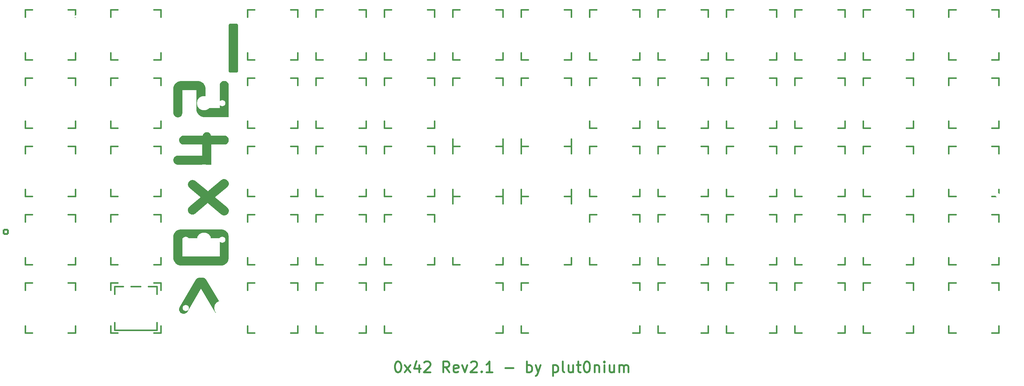
<source format=gbr>
%TF.GenerationSoftware,KiCad,Pcbnew,8.0.3*%
%TF.CreationDate,2024-07-06T09:07:13+02:00*%
%TF.ProjectId,0x42_panel,30783432-5f70-4616-9e65-6c2e6b696361,2.1*%
%TF.SameCoordinates,Original*%
%TF.FileFunction,Legend,Top*%
%TF.FilePolarity,Positive*%
%FSLAX46Y46*%
G04 Gerber Fmt 4.6, Leading zero omitted, Abs format (unit mm)*
G04 Created by KiCad (PCBNEW 8.0.3) date 2024-07-06 09:07:13*
%MOMM*%
%LPD*%
G01*
G04 APERTURE LIST*
G04 Aperture macros list*
%AMRoundRect*
0 Rectangle with rounded corners*
0 $1 Rounding radius*
0 $2 $3 $4 $5 $6 $7 $8 $9 X,Y pos of 4 corners*
0 Add a 4 corners polygon primitive as box body*
4,1,4,$2,$3,$4,$5,$6,$7,$8,$9,$2,$3,0*
0 Add four circle primitives for the rounded corners*
1,1,$1+$1,$2,$3*
1,1,$1+$1,$4,$5*
1,1,$1+$1,$6,$7*
1,1,$1+$1,$8,$9*
0 Add four rect primitives between the rounded corners*
20,1,$1+$1,$2,$3,$4,$5,0*
20,1,$1+$1,$4,$5,$6,$7,0*
20,1,$1+$1,$6,$7,$8,$9,0*
20,1,$1+$1,$8,$9,$2,$3,0*%
%AMFreePoly0*
4,1,95,-2.398692,3.424966,-2.043295,3.406340,-2.040692,3.406066,-1.689189,3.350394,-1.686630,3.349850,-1.342872,3.257740,-1.340383,3.256932,-1.008136,3.129395,-1.005745,3.128330,-0.688650,2.966761,-0.686384,2.965453,-0.387914,2.771625,-0.385797,2.770087,-0.109223,2.546121,-0.107278,2.544370,0.144370,2.292722,0.146121,2.290777,0.370087,2.014203,0.371625,2.012086,0.565453,1.713616,
0.566761,1.711350,0.728330,1.394255,0.729395,1.391864,0.856932,1.059617,0.857740,1.057128,0.949850,0.713370,0.950394,0.710811,1.006066,0.359308,1.006340,0.356705,1.024966,0.001308,1.024966,-0.001308,1.006340,-0.356705,1.006066,-0.359308,0.950394,-0.710811,0.949850,-0.713370,0.857740,-1.057128,0.856932,-1.059617,0.729395,-1.391864,0.728330,-1.394255,0.566761,-1.711350,
0.565453,-1.713616,0.371625,-2.012086,0.370087,-2.014203,0.146121,-2.290777,0.144370,-2.292722,-0.107278,-2.544370,-0.109223,-2.546121,-0.385797,-2.770087,-0.387914,-2.771625,-0.686384,-2.965453,-0.688650,-2.966761,-1.005745,-3.128330,-1.008136,-3.129395,-1.340383,-3.256932,-1.342872,-3.257740,-1.686630,-3.349850,-1.689189,-3.350394,-2.040692,-3.406066,-2.043295,-3.406340,-2.398692,-3.424966,
-2.400000,-3.425000,-6.200000,-3.425000,-6.217678,-3.417678,-6.225000,-3.400000,-6.225000,-1.400000,-6.217678,-1.382322,-6.200000,-1.375000,-2.291784,-1.375000,-2.078017,-1.341142,-1.872186,-1.274264,-1.679342,-1.176004,-1.504250,-1.048793,-1.351206,-0.895749,-1.223995,-0.720657,-1.125735,-0.527813,-1.058857,-0.321982,-1.025000,-0.108215,-1.025000,0.108215,-1.058857,0.321982,-1.125735,0.527813,
-1.223995,0.720657,-1.351206,0.895749,-1.504250,1.048793,-1.679342,1.176004,-1.872186,1.274264,-2.078017,1.341142,-2.291784,1.375000,-6.200000,1.375000,-6.217678,1.382322,-6.225000,1.400000,-6.225000,3.400000,-6.217678,3.417678,-6.200000,3.425000,-2.400000,3.425000,-2.398692,3.424966,-2.398692,3.424966,$1*%
G04 Aperture macros list end*
%ADD10C,0.500000*%
%ADD11C,0.400000*%
%ADD12C,0.000000*%
%ADD13C,0.500000*%
%ADD14C,1.750000*%
%ADD15C,3.987800*%
%ADD16C,3.048000*%
%ADD17C,1.152000*%
%ADD18C,1.050000*%
%ADD19FreePoly0,0.000000*%
%ADD20C,7.050000*%
%ADD21FreePoly0,180.000000*%
%ADD22O,2.050000X3.450000*%
%ADD23C,0.700000*%
%ADD24O,1.050000X1.650000*%
%ADD25O,1.050000X2.150000*%
%ADD26RoundRect,0.262500X0.612500X0.612500X-0.612500X0.612500X-0.612500X-0.612500X0.612500X-0.612500X0*%
%ADD27O,1.750000X1.750000*%
G04 APERTURE END LIST*
D10*
X123042857Y-113261857D02*
X123328571Y-113261857D01*
X123328571Y-113261857D02*
X123614285Y-113404714D01*
X123614285Y-113404714D02*
X123757143Y-113547571D01*
X123757143Y-113547571D02*
X123900000Y-113833285D01*
X123900000Y-113833285D02*
X124042857Y-114404714D01*
X124042857Y-114404714D02*
X124042857Y-115119000D01*
X124042857Y-115119000D02*
X123900000Y-115690428D01*
X123900000Y-115690428D02*
X123757143Y-115976142D01*
X123757143Y-115976142D02*
X123614285Y-116119000D01*
X123614285Y-116119000D02*
X123328571Y-116261857D01*
X123328571Y-116261857D02*
X123042857Y-116261857D01*
X123042857Y-116261857D02*
X122757143Y-116119000D01*
X122757143Y-116119000D02*
X122614285Y-115976142D01*
X122614285Y-115976142D02*
X122471428Y-115690428D01*
X122471428Y-115690428D02*
X122328571Y-115119000D01*
X122328571Y-115119000D02*
X122328571Y-114404714D01*
X122328571Y-114404714D02*
X122471428Y-113833285D01*
X122471428Y-113833285D02*
X122614285Y-113547571D01*
X122614285Y-113547571D02*
X122757143Y-113404714D01*
X122757143Y-113404714D02*
X123042857Y-113261857D01*
X125042857Y-116261857D02*
X126614286Y-114261857D01*
X125042857Y-114261857D02*
X126614286Y-116261857D01*
X129042857Y-114261857D02*
X129042857Y-116261857D01*
X128328571Y-113119000D02*
X127614285Y-115261857D01*
X127614285Y-115261857D02*
X129471428Y-115261857D01*
X130471428Y-113547571D02*
X130614285Y-113404714D01*
X130614285Y-113404714D02*
X130900000Y-113261857D01*
X130900000Y-113261857D02*
X131614285Y-113261857D01*
X131614285Y-113261857D02*
X131900000Y-113404714D01*
X131900000Y-113404714D02*
X132042857Y-113547571D01*
X132042857Y-113547571D02*
X132185714Y-113833285D01*
X132185714Y-113833285D02*
X132185714Y-114119000D01*
X132185714Y-114119000D02*
X132042857Y-114547571D01*
X132042857Y-114547571D02*
X130328571Y-116261857D01*
X130328571Y-116261857D02*
X132185714Y-116261857D01*
X137471428Y-116261857D02*
X136471428Y-114833285D01*
X135757142Y-116261857D02*
X135757142Y-113261857D01*
X135757142Y-113261857D02*
X136899999Y-113261857D01*
X136899999Y-113261857D02*
X137185714Y-113404714D01*
X137185714Y-113404714D02*
X137328571Y-113547571D01*
X137328571Y-113547571D02*
X137471428Y-113833285D01*
X137471428Y-113833285D02*
X137471428Y-114261857D01*
X137471428Y-114261857D02*
X137328571Y-114547571D01*
X137328571Y-114547571D02*
X137185714Y-114690428D01*
X137185714Y-114690428D02*
X136899999Y-114833285D01*
X136899999Y-114833285D02*
X135757142Y-114833285D01*
X139899999Y-116119000D02*
X139614285Y-116261857D01*
X139614285Y-116261857D02*
X139042857Y-116261857D01*
X139042857Y-116261857D02*
X138757142Y-116119000D01*
X138757142Y-116119000D02*
X138614285Y-115833285D01*
X138614285Y-115833285D02*
X138614285Y-114690428D01*
X138614285Y-114690428D02*
X138757142Y-114404714D01*
X138757142Y-114404714D02*
X139042857Y-114261857D01*
X139042857Y-114261857D02*
X139614285Y-114261857D01*
X139614285Y-114261857D02*
X139899999Y-114404714D01*
X139899999Y-114404714D02*
X140042857Y-114690428D01*
X140042857Y-114690428D02*
X140042857Y-114976142D01*
X140042857Y-114976142D02*
X138614285Y-115261857D01*
X141042857Y-114261857D02*
X141757143Y-116261857D01*
X141757143Y-116261857D02*
X142471428Y-114261857D01*
X143471428Y-113547571D02*
X143614285Y-113404714D01*
X143614285Y-113404714D02*
X143900000Y-113261857D01*
X143900000Y-113261857D02*
X144614285Y-113261857D01*
X144614285Y-113261857D02*
X144900000Y-113404714D01*
X144900000Y-113404714D02*
X145042857Y-113547571D01*
X145042857Y-113547571D02*
X145185714Y-113833285D01*
X145185714Y-113833285D02*
X145185714Y-114119000D01*
X145185714Y-114119000D02*
X145042857Y-114547571D01*
X145042857Y-114547571D02*
X143328571Y-116261857D01*
X143328571Y-116261857D02*
X145185714Y-116261857D01*
X146471428Y-115976142D02*
X146614285Y-116119000D01*
X146614285Y-116119000D02*
X146471428Y-116261857D01*
X146471428Y-116261857D02*
X146328571Y-116119000D01*
X146328571Y-116119000D02*
X146471428Y-115976142D01*
X146471428Y-115976142D02*
X146471428Y-116261857D01*
X149471428Y-116261857D02*
X147757142Y-116261857D01*
X148614285Y-116261857D02*
X148614285Y-113261857D01*
X148614285Y-113261857D02*
X148328571Y-113690428D01*
X148328571Y-113690428D02*
X148042856Y-113976142D01*
X148042856Y-113976142D02*
X147757142Y-114119000D01*
X153042856Y-115119000D02*
X155328571Y-115119000D01*
X159042856Y-116261857D02*
X159042856Y-113261857D01*
X159042856Y-114404714D02*
X159328571Y-114261857D01*
X159328571Y-114261857D02*
X159899999Y-114261857D01*
X159899999Y-114261857D02*
X160185713Y-114404714D01*
X160185713Y-114404714D02*
X160328571Y-114547571D01*
X160328571Y-114547571D02*
X160471428Y-114833285D01*
X160471428Y-114833285D02*
X160471428Y-115690428D01*
X160471428Y-115690428D02*
X160328571Y-115976142D01*
X160328571Y-115976142D02*
X160185713Y-116119000D01*
X160185713Y-116119000D02*
X159899999Y-116261857D01*
X159899999Y-116261857D02*
X159328571Y-116261857D01*
X159328571Y-116261857D02*
X159042856Y-116119000D01*
X161471428Y-114261857D02*
X162185714Y-116261857D01*
X162899999Y-114261857D02*
X162185714Y-116261857D01*
X162185714Y-116261857D02*
X161899999Y-116976142D01*
X161899999Y-116976142D02*
X161757142Y-117119000D01*
X161757142Y-117119000D02*
X161471428Y-117261857D01*
X166328570Y-114261857D02*
X166328570Y-117261857D01*
X166328570Y-114404714D02*
X166614285Y-114261857D01*
X166614285Y-114261857D02*
X167185713Y-114261857D01*
X167185713Y-114261857D02*
X167471427Y-114404714D01*
X167471427Y-114404714D02*
X167614285Y-114547571D01*
X167614285Y-114547571D02*
X167757142Y-114833285D01*
X167757142Y-114833285D02*
X167757142Y-115690428D01*
X167757142Y-115690428D02*
X167614285Y-115976142D01*
X167614285Y-115976142D02*
X167471427Y-116119000D01*
X167471427Y-116119000D02*
X167185713Y-116261857D01*
X167185713Y-116261857D02*
X166614285Y-116261857D01*
X166614285Y-116261857D02*
X166328570Y-116119000D01*
X169471428Y-116261857D02*
X169185713Y-116119000D01*
X169185713Y-116119000D02*
X169042856Y-115833285D01*
X169042856Y-115833285D02*
X169042856Y-113261857D01*
X171900000Y-114261857D02*
X171900000Y-116261857D01*
X170614285Y-114261857D02*
X170614285Y-115833285D01*
X170614285Y-115833285D02*
X170757142Y-116119000D01*
X170757142Y-116119000D02*
X171042857Y-116261857D01*
X171042857Y-116261857D02*
X171471428Y-116261857D01*
X171471428Y-116261857D02*
X171757142Y-116119000D01*
X171757142Y-116119000D02*
X171900000Y-115976142D01*
X172900000Y-114261857D02*
X174042857Y-114261857D01*
X173328571Y-113261857D02*
X173328571Y-115833285D01*
X173328571Y-115833285D02*
X173471428Y-116119000D01*
X173471428Y-116119000D02*
X173757143Y-116261857D01*
X173757143Y-116261857D02*
X174042857Y-116261857D01*
X175614286Y-113261857D02*
X175900000Y-113261857D01*
X175900000Y-113261857D02*
X176185714Y-113404714D01*
X176185714Y-113404714D02*
X176328572Y-113547571D01*
X176328572Y-113547571D02*
X176471429Y-113833285D01*
X176471429Y-113833285D02*
X176614286Y-114404714D01*
X176614286Y-114404714D02*
X176614286Y-115119000D01*
X176614286Y-115119000D02*
X176471429Y-115690428D01*
X176471429Y-115690428D02*
X176328572Y-115976142D01*
X176328572Y-115976142D02*
X176185714Y-116119000D01*
X176185714Y-116119000D02*
X175900000Y-116261857D01*
X175900000Y-116261857D02*
X175614286Y-116261857D01*
X175614286Y-116261857D02*
X175328572Y-116119000D01*
X175328572Y-116119000D02*
X175185714Y-115976142D01*
X175185714Y-115976142D02*
X175042857Y-115690428D01*
X175042857Y-115690428D02*
X174900000Y-115119000D01*
X174900000Y-115119000D02*
X174900000Y-114404714D01*
X174900000Y-114404714D02*
X175042857Y-113833285D01*
X175042857Y-113833285D02*
X175185714Y-113547571D01*
X175185714Y-113547571D02*
X175328572Y-113404714D01*
X175328572Y-113404714D02*
X175614286Y-113261857D01*
X177900000Y-114261857D02*
X177900000Y-116261857D01*
X177900000Y-114547571D02*
X178042857Y-114404714D01*
X178042857Y-114404714D02*
X178328572Y-114261857D01*
X178328572Y-114261857D02*
X178757143Y-114261857D01*
X178757143Y-114261857D02*
X179042857Y-114404714D01*
X179042857Y-114404714D02*
X179185715Y-114690428D01*
X179185715Y-114690428D02*
X179185715Y-116261857D01*
X180614286Y-116261857D02*
X180614286Y-114261857D01*
X180614286Y-113261857D02*
X180471429Y-113404714D01*
X180471429Y-113404714D02*
X180614286Y-113547571D01*
X180614286Y-113547571D02*
X180757143Y-113404714D01*
X180757143Y-113404714D02*
X180614286Y-113261857D01*
X180614286Y-113261857D02*
X180614286Y-113547571D01*
X183328572Y-114261857D02*
X183328572Y-116261857D01*
X182042857Y-114261857D02*
X182042857Y-115833285D01*
X182042857Y-115833285D02*
X182185714Y-116119000D01*
X182185714Y-116119000D02*
X182471429Y-116261857D01*
X182471429Y-116261857D02*
X182900000Y-116261857D01*
X182900000Y-116261857D02*
X183185714Y-116119000D01*
X183185714Y-116119000D02*
X183328572Y-115976142D01*
X184757143Y-116261857D02*
X184757143Y-114261857D01*
X184757143Y-114547571D02*
X184900000Y-114404714D01*
X184900000Y-114404714D02*
X185185715Y-114261857D01*
X185185715Y-114261857D02*
X185614286Y-114261857D01*
X185614286Y-114261857D02*
X185900000Y-114404714D01*
X185900000Y-114404714D02*
X186042858Y-114690428D01*
X186042858Y-114690428D02*
X186042858Y-116261857D01*
X186042858Y-114690428D02*
X186185715Y-114404714D01*
X186185715Y-114404714D02*
X186471429Y-114261857D01*
X186471429Y-114261857D02*
X186900000Y-114261857D01*
X186900000Y-114261857D02*
X187185715Y-114404714D01*
X187185715Y-114404714D02*
X187328572Y-114690428D01*
X187328572Y-114690428D02*
X187328572Y-116261857D01*
D11*
%TO.C,K003*%
X81225000Y-15100000D02*
X83225000Y-15100000D01*
X81225000Y-17100000D02*
X81225000Y-15100000D01*
X81225000Y-27100000D02*
X81225000Y-29100000D01*
X81225000Y-29100000D02*
X83225000Y-29100000D01*
X93225000Y-15100000D02*
X95225000Y-15100000D01*
X93225000Y-29100000D02*
X95225000Y-29100000D01*
X95225000Y-15100000D02*
X95225000Y-17100000D01*
X95225000Y-29100000D02*
X95225000Y-27100000D01*
%TO.C,K006*%
X138375000Y-15100000D02*
X140375000Y-15100000D01*
X138375000Y-17100000D02*
X138375000Y-15100000D01*
X138375000Y-27100000D02*
X138375000Y-29100000D01*
X138375000Y-29100000D02*
X140375000Y-29100000D01*
X150375000Y-15100000D02*
X152375000Y-15100000D01*
X150375000Y-29100000D02*
X152375000Y-29100000D01*
X152375000Y-15100000D02*
X152375000Y-17100000D01*
X152375000Y-29100000D02*
X152375000Y-27100000D01*
%TO.C,K004*%
X100275000Y-15100000D02*
X102275000Y-15100000D01*
X100275000Y-17100000D02*
X100275000Y-15100000D01*
X100275000Y-27100000D02*
X100275000Y-29100000D01*
X100275000Y-29100000D02*
X102275000Y-29100000D01*
X112275000Y-15100000D02*
X114275000Y-15100000D01*
X112275000Y-29100000D02*
X114275000Y-29100000D01*
X114275000Y-15100000D02*
X114275000Y-17100000D01*
X114275000Y-29100000D02*
X114275000Y-27100000D01*
%TO.C,K201*%
X43125000Y-53200000D02*
X45125000Y-53200000D01*
X43125000Y-55200000D02*
X43125000Y-53200000D01*
X43125000Y-65200000D02*
X43125000Y-67200000D01*
X43125000Y-67200000D02*
X45125000Y-67200000D01*
X55125000Y-53200000D02*
X57125000Y-53200000D01*
X55125000Y-67200000D02*
X57125000Y-67200000D01*
X57125000Y-53200000D02*
X57125000Y-55200000D01*
X57125000Y-67200000D02*
X57125000Y-65200000D01*
%TO.C,K210*%
X214575000Y-53200000D02*
X216575000Y-53200000D01*
X214575000Y-55200000D02*
X214575000Y-53200000D01*
X214575000Y-65200000D02*
X214575000Y-67200000D01*
X214575000Y-67200000D02*
X216575000Y-67200000D01*
X226575000Y-53200000D02*
X228575000Y-53200000D01*
X226575000Y-67200000D02*
X228575000Y-67200000D01*
X228575000Y-53200000D02*
X228575000Y-55200000D01*
X228575000Y-67200000D02*
X228575000Y-65200000D01*
%TO.C,K401*%
X43125000Y-91300000D02*
X45125000Y-91300000D01*
X43125000Y-93300000D02*
X43125000Y-91300000D01*
X43125000Y-103300000D02*
X43125000Y-105300000D01*
X43125000Y-105300000D02*
X45125000Y-105300000D01*
X55125000Y-91300000D02*
X57125000Y-91300000D01*
X55125000Y-105300000D02*
X57125000Y-105300000D01*
X57125000Y-91300000D02*
X57125000Y-93300000D01*
X57125000Y-105300000D02*
X57125000Y-103300000D01*
%TO.C,K411*%
X233625000Y-91300000D02*
X235625000Y-91300000D01*
X233625000Y-93300000D02*
X233625000Y-91300000D01*
X233625000Y-103300000D02*
X233625000Y-105300000D01*
X233625000Y-105300000D02*
X235625000Y-105300000D01*
X245625000Y-91300000D02*
X247625000Y-91300000D01*
X245625000Y-105300000D02*
X247625000Y-105300000D01*
X247625000Y-91300000D02*
X247625000Y-93300000D01*
X247625000Y-105300000D02*
X247625000Y-103300000D01*
%TO.C,K200*%
X19312500Y-53200000D02*
X21312500Y-53200000D01*
X19312500Y-55200000D02*
X19312500Y-53200000D01*
X19312500Y-65200000D02*
X19312500Y-67200000D01*
X19312500Y-67200000D02*
X21312500Y-67200000D01*
X31312500Y-53200000D02*
X33312500Y-53200000D01*
X31312500Y-67200000D02*
X33312500Y-67200000D01*
X33312500Y-53200000D02*
X33312500Y-55200000D01*
X33312500Y-67200000D02*
X33312500Y-65200000D01*
%TO.C,K307*%
X157425000Y-84250000D02*
X157425000Y-86250000D01*
X157425000Y-86250000D02*
X159425000Y-86250000D01*
X169425000Y-86250000D02*
X171425000Y-86250000D01*
X171425000Y-86250000D02*
X171425000Y-84250000D01*
%TO.C,K009*%
X195525000Y-15100000D02*
X197525000Y-15100000D01*
X195525000Y-17100000D02*
X195525000Y-15100000D01*
X195525000Y-27100000D02*
X195525000Y-29100000D01*
X195525000Y-29100000D02*
X197525000Y-29100000D01*
X207525000Y-15100000D02*
X209525000Y-15100000D01*
X207525000Y-29100000D02*
X209525000Y-29100000D01*
X209525000Y-15100000D02*
X209525000Y-17100000D01*
X209525000Y-29100000D02*
X209525000Y-27100000D01*
%TO.C,K409*%
X195525000Y-91300000D02*
X197525000Y-91300000D01*
X195525000Y-93300000D02*
X195525000Y-91300000D01*
X195525000Y-103300000D02*
X195525000Y-105300000D01*
X195525000Y-105300000D02*
X197525000Y-105300000D01*
X207525000Y-91300000D02*
X209525000Y-91300000D01*
X207525000Y-105300000D02*
X209525000Y-105300000D01*
X209525000Y-91300000D02*
X209525000Y-93300000D01*
X209525000Y-105300000D02*
X209525000Y-103300000D01*
%TO.C,K408*%
X188475000Y-91300000D02*
X190475000Y-91300000D01*
X188475000Y-105300000D02*
X190475000Y-105300000D01*
X190475000Y-91300000D02*
X190475000Y-93300000D01*
X190475000Y-105300000D02*
X190475000Y-103300000D01*
%TO.C,K300*%
X19312500Y-72250000D02*
X21312500Y-72250000D01*
X19312500Y-74250000D02*
X19312500Y-72250000D01*
X19312500Y-84250000D02*
X19312500Y-86250000D01*
X19312500Y-86250000D02*
X21312500Y-86250000D01*
X31312500Y-72250000D02*
X33312500Y-72250000D01*
X31312500Y-86250000D02*
X33312500Y-86250000D01*
X33312500Y-72250000D02*
X33312500Y-74250000D01*
X33312500Y-86250000D02*
X33312500Y-84250000D01*
%TO.C,K000*%
X19312500Y-15100000D02*
X21312500Y-15100000D01*
X19312500Y-17100000D02*
X19312500Y-15100000D01*
X19312500Y-29100000D02*
X19312500Y-27100000D01*
X21312500Y-29100000D02*
X19312500Y-29100000D01*
X31312500Y-29100000D02*
X33312500Y-29100000D01*
X33312500Y-15100000D02*
X31312500Y-15100000D01*
X33312500Y-17100000D02*
X33312500Y-15100000D01*
X33312500Y-29100000D02*
X33312500Y-27100000D01*
%TO.C,K212*%
X252675000Y-53200000D02*
X254675000Y-53200000D01*
X252675000Y-55200000D02*
X252675000Y-53200000D01*
X252675000Y-65200000D02*
X252675000Y-67200000D01*
X252675000Y-67200000D02*
X254675000Y-67200000D01*
X264675000Y-53200000D02*
X266675000Y-53200000D01*
X264675000Y-67200000D02*
X266675000Y-67200000D01*
X266675000Y-53200000D02*
X266675000Y-55200000D01*
X266675000Y-67200000D02*
X266675000Y-65200000D01*
%TO.C,K301*%
X43125000Y-72250000D02*
X45125000Y-72250000D01*
X43125000Y-74250000D02*
X43125000Y-72250000D01*
X43125000Y-84250000D02*
X43125000Y-86250000D01*
X43125000Y-86250000D02*
X45125000Y-86250000D01*
X55125000Y-72250000D02*
X57125000Y-72250000D01*
X55125000Y-86250000D02*
X57125000Y-86250000D01*
X57125000Y-72250000D02*
X57125000Y-74250000D01*
X57125000Y-86250000D02*
X57125000Y-84250000D01*
%TO.C,K403*%
X81225000Y-91300000D02*
X83225000Y-91300000D01*
X81225000Y-93300000D02*
X81225000Y-91300000D01*
X81225000Y-103300000D02*
X81225000Y-105300000D01*
X81225000Y-105300000D02*
X83225000Y-105300000D01*
X93225000Y-91300000D02*
X95225000Y-91300000D01*
X93225000Y-105300000D02*
X95225000Y-105300000D01*
X95225000Y-91300000D02*
X95225000Y-93300000D01*
X95225000Y-105300000D02*
X95225000Y-103300000D01*
%TO.C,K412*%
X252675000Y-91300000D02*
X254675000Y-91300000D01*
X252675000Y-93300000D02*
X252675000Y-91300000D01*
X252675000Y-103300000D02*
X252675000Y-105300000D01*
X252675000Y-105300000D02*
X254675000Y-105300000D01*
X264675000Y-91300000D02*
X266675000Y-91300000D01*
X264675000Y-105300000D02*
X266675000Y-105300000D01*
X266675000Y-91300000D02*
X266675000Y-93300000D01*
X266675000Y-105300000D02*
X266675000Y-103300000D01*
%TO.C,K308*%
X176475000Y-72250000D02*
X178475000Y-72250000D01*
X176475000Y-74250000D02*
X176475000Y-72250000D01*
X176475000Y-84250000D02*
X176475000Y-86250000D01*
X176475000Y-86250000D02*
X178475000Y-86250000D01*
X188475000Y-72250000D02*
X190475000Y-72250000D01*
X188475000Y-86250000D02*
X190475000Y-86250000D01*
X190475000Y-72250000D02*
X190475000Y-74250000D01*
X190475000Y-86250000D02*
X190475000Y-84250000D01*
%TO.C,K400*%
X19312500Y-91300000D02*
X21312500Y-91300000D01*
X19312500Y-93300000D02*
X19312500Y-91300000D01*
X19312500Y-103300000D02*
X19312500Y-105300000D01*
X19312500Y-105300000D02*
X21312500Y-105300000D01*
X31312500Y-91300000D02*
X33312500Y-91300000D01*
X31312500Y-105300000D02*
X33312500Y-105300000D01*
X33312500Y-91300000D02*
X33312500Y-93300000D01*
X33312500Y-105300000D02*
X33312500Y-103300000D01*
%TO.C,K211*%
X233625000Y-53200000D02*
X235625000Y-53200000D01*
X233625000Y-55200000D02*
X233625000Y-53200000D01*
X233625000Y-65200000D02*
X233625000Y-67200000D01*
X233625000Y-67200000D02*
X235625000Y-67200000D01*
X245625000Y-53200000D02*
X247625000Y-53200000D01*
X245625000Y-67200000D02*
X247625000Y-67200000D01*
X247625000Y-53200000D02*
X247625000Y-55200000D01*
X247625000Y-67200000D02*
X247625000Y-65200000D01*
%TO.C,K103*%
X81225000Y-34150000D02*
X83225000Y-34150000D01*
X81225000Y-36150000D02*
X81225000Y-34150000D01*
X81225000Y-46150000D02*
X81225000Y-48150000D01*
X81225000Y-48150000D02*
X83225000Y-48150000D01*
X93225000Y-34150000D02*
X95225000Y-34150000D01*
X93225000Y-48150000D02*
X95225000Y-48150000D01*
X95225000Y-34150000D02*
X95225000Y-36150000D01*
X95225000Y-48150000D02*
X95225000Y-46150000D01*
%TO.C,K407*%
X157425000Y-91300000D02*
X159425000Y-91300000D01*
X157425000Y-93300000D02*
X157425000Y-91300000D01*
X157425000Y-103300000D02*
X157425000Y-105300000D01*
X157425000Y-105300000D02*
X159425000Y-105300000D01*
%TO.C,K107*%
X157425000Y-34150000D02*
X157425000Y-36150000D01*
X159425000Y-34150000D02*
X157425000Y-34150000D01*
X171425000Y-34150000D02*
X169425000Y-34150000D01*
X171425000Y-36150000D02*
X171425000Y-34150000D01*
%TO.C,K303*%
X81225000Y-72250000D02*
X83225000Y-72250000D01*
X81225000Y-74250000D02*
X81225000Y-72250000D01*
X81225000Y-84250000D02*
X81225000Y-86250000D01*
X81225000Y-86250000D02*
X83225000Y-86250000D01*
X93225000Y-72250000D02*
X95225000Y-72250000D01*
X93225000Y-86250000D02*
X95225000Y-86250000D01*
X95225000Y-72250000D02*
X95225000Y-74250000D01*
X95225000Y-86250000D02*
X95225000Y-84250000D01*
%TO.C,K310*%
X214575000Y-72250000D02*
X216575000Y-72250000D01*
X214575000Y-74250000D02*
X214575000Y-72250000D01*
X214575000Y-84250000D02*
X214575000Y-86250000D01*
X214575000Y-86250000D02*
X216575000Y-86250000D01*
X226575000Y-72250000D02*
X228575000Y-72250000D01*
X226575000Y-86250000D02*
X228575000Y-86250000D01*
X228575000Y-72250000D02*
X228575000Y-74250000D01*
X228575000Y-86250000D02*
X228575000Y-84250000D01*
%TO.C,K010*%
X214575000Y-15100000D02*
X216575000Y-15100000D01*
X214575000Y-17100000D02*
X214575000Y-15100000D01*
X214575000Y-27100000D02*
X214575000Y-29100000D01*
X214575000Y-29100000D02*
X216575000Y-29100000D01*
X226575000Y-15100000D02*
X228575000Y-15100000D01*
X226575000Y-29100000D02*
X228575000Y-29100000D01*
X228575000Y-15100000D02*
X228575000Y-17100000D01*
X228575000Y-29100000D02*
X228575000Y-27100000D01*
%TO.C,K312*%
X252675000Y-72250000D02*
X254675000Y-72250000D01*
X252675000Y-74250000D02*
X252675000Y-72250000D01*
X252675000Y-84250000D02*
X252675000Y-86250000D01*
X252675000Y-86250000D02*
X254675000Y-86250000D01*
X264675000Y-72250000D02*
X266675000Y-72250000D01*
X264675000Y-86250000D02*
X266675000Y-86250000D01*
X266675000Y-72250000D02*
X266675000Y-74250000D01*
X266675000Y-86250000D02*
X266675000Y-84250000D01*
%TO.C,K305*%
X119325000Y-72250000D02*
X121325000Y-72250000D01*
X119325000Y-74250000D02*
X119325000Y-72250000D01*
X119325000Y-84250000D02*
X119325000Y-86250000D01*
X119325000Y-86250000D02*
X121325000Y-86250000D01*
X131325000Y-72250000D02*
X133325000Y-72250000D01*
X131325000Y-86250000D02*
X133325000Y-86250000D01*
X133325000Y-72250000D02*
X133325000Y-74250000D01*
X133325000Y-86250000D02*
X133325000Y-84250000D01*
%TO.C,K008*%
X176475000Y-15100000D02*
X178475000Y-15100000D01*
X176475000Y-17100000D02*
X176475000Y-15100000D01*
X176475000Y-27100000D02*
X176475000Y-29100000D01*
X176475000Y-29100000D02*
X178475000Y-29100000D01*
X188475000Y-15100000D02*
X190475000Y-15100000D01*
X188475000Y-29100000D02*
X190475000Y-29100000D01*
X190475000Y-15100000D02*
X190475000Y-17100000D01*
X190475000Y-29100000D02*
X190475000Y-27100000D01*
%TO.C,K001*%
X43125000Y-15100000D02*
X45125000Y-15100000D01*
X43125000Y-17100000D02*
X43125000Y-15100000D01*
X43125000Y-27100000D02*
X43125000Y-29100000D01*
X43125000Y-29100000D02*
X45125000Y-29100000D01*
X55125000Y-15100000D02*
X57125000Y-15100000D01*
X55125000Y-29100000D02*
X57125000Y-29100000D01*
X57125000Y-15100000D02*
X57125000Y-17100000D01*
X57125000Y-29100000D02*
X57125000Y-27100000D01*
%TO.C,K410*%
X214575000Y-91300000D02*
X216575000Y-91300000D01*
X214575000Y-93300000D02*
X214575000Y-91300000D01*
X214575000Y-103300000D02*
X214575000Y-105300000D01*
X214575000Y-105300000D02*
X216575000Y-105300000D01*
X226575000Y-91300000D02*
X228575000Y-91300000D01*
X226575000Y-105300000D02*
X228575000Y-105300000D01*
X228575000Y-91300000D02*
X228575000Y-93300000D01*
X228575000Y-105300000D02*
X228575000Y-103300000D01*
%TO.C,K207*%
X157425000Y-53200000D02*
X157425000Y-51200000D01*
X157425000Y-53200000D02*
X159425000Y-53200000D01*
X157425000Y-55200000D02*
X157425000Y-53200000D01*
X157425000Y-65200000D02*
X157425000Y-67200000D01*
X157425000Y-67200000D02*
X157425000Y-69200000D01*
X157425000Y-67200000D02*
X159425000Y-67200000D01*
X169425000Y-53200000D02*
X171425000Y-53200000D01*
X169425000Y-67200000D02*
X171425000Y-67200000D01*
X171425000Y-51200000D02*
X171425000Y-53200000D01*
X171425000Y-53200000D02*
X171425000Y-55200000D01*
X171425000Y-67200000D02*
X171425000Y-65200000D01*
X171425000Y-69200000D02*
X171425000Y-67200000D01*
%TO.C,K011*%
X233625000Y-15100000D02*
X235625000Y-15100000D01*
X233625000Y-17100000D02*
X233625000Y-15100000D01*
X233625000Y-27100000D02*
X233625000Y-29100000D01*
X233625000Y-29100000D02*
X235625000Y-29100000D01*
X245625000Y-15100000D02*
X247625000Y-15100000D01*
X245625000Y-29100000D02*
X247625000Y-29100000D01*
X247625000Y-15100000D02*
X247625000Y-17100000D01*
X247625000Y-29100000D02*
X247625000Y-27100000D01*
%TO.C,K110*%
X214575000Y-34150000D02*
X216575000Y-34150000D01*
X214575000Y-36150000D02*
X214575000Y-34150000D01*
X214575000Y-46150000D02*
X214575000Y-48150000D01*
X214575000Y-48150000D02*
X216575000Y-48150000D01*
X226575000Y-34150000D02*
X228575000Y-34150000D01*
X226575000Y-48150000D02*
X228575000Y-48150000D01*
X228575000Y-34150000D02*
X228575000Y-36150000D01*
X228575000Y-48150000D02*
X228575000Y-46150000D01*
%TO.C,K306*%
X138375000Y-84250000D02*
X138375000Y-86250000D01*
X138375000Y-86250000D02*
X140375000Y-86250000D01*
X150375000Y-86250000D02*
X152375000Y-86250000D01*
X152375000Y-86250000D02*
X152375000Y-84250000D01*
%TO.C,K113*%
X276487500Y-34150000D02*
X278487500Y-34150000D01*
X276487500Y-36150000D02*
X276487500Y-34150000D01*
X276487500Y-46150000D02*
X276487500Y-48150000D01*
X276487500Y-48150000D02*
X278487500Y-48150000D01*
X288487500Y-34150000D02*
X290487500Y-34150000D01*
X288487500Y-48150000D02*
X290487500Y-48150000D01*
X290487500Y-34150000D02*
X290487500Y-36150000D01*
X290487500Y-48150000D02*
X290487500Y-46150000D01*
%TO.C,K309*%
X195525000Y-72250000D02*
X197525000Y-72250000D01*
X195525000Y-74250000D02*
X195525000Y-72250000D01*
X195525000Y-84250000D02*
X195525000Y-86250000D01*
X195525000Y-86250000D02*
X197525000Y-86250000D01*
X207525000Y-72250000D02*
X209525000Y-72250000D01*
X207525000Y-86250000D02*
X209525000Y-86250000D01*
X209525000Y-72250000D02*
X209525000Y-74250000D01*
X209525000Y-86250000D02*
X209525000Y-84250000D01*
%TO.C,K101*%
X43125000Y-34150000D02*
X45125000Y-34150000D01*
X43125000Y-36150000D02*
X43125000Y-34150000D01*
X43125000Y-46150000D02*
X43125000Y-48150000D01*
X43125000Y-48150000D02*
X45125000Y-48150000D01*
X55125000Y-34150000D02*
X57125000Y-34150000D01*
X55125000Y-48150000D02*
X57125000Y-48150000D01*
X57125000Y-34150000D02*
X57125000Y-36150000D01*
X57125000Y-48150000D02*
X57125000Y-46150000D01*
%TO.C,K206*%
X138375000Y-53200000D02*
X138375000Y-51200000D01*
X138375000Y-53200000D02*
X140375000Y-53200000D01*
X138375000Y-55200000D02*
X138375000Y-53200000D01*
X138375000Y-65200000D02*
X138375000Y-67200000D01*
X138375000Y-67200000D02*
X140375000Y-67200000D01*
X138375000Y-69200000D02*
X138375000Y-67200000D01*
X150375000Y-53200000D02*
X152375000Y-53200000D01*
X150375000Y-67200000D02*
X152375000Y-67200000D01*
X152375000Y-53200000D02*
X152375000Y-51200000D01*
X152375000Y-53200000D02*
X152375000Y-55200000D01*
X152375000Y-67200000D02*
X152375000Y-65200000D01*
X152375000Y-69200000D02*
X152375000Y-67200000D01*
%TO.C,K013*%
X276487500Y-15100000D02*
X278487500Y-15100000D01*
X276487500Y-17100000D02*
X276487500Y-15100000D01*
X276487500Y-27100000D02*
X276487500Y-29100000D01*
X276487500Y-29100000D02*
X278487500Y-29100000D01*
X288487500Y-15100000D02*
X290487500Y-15100000D01*
X288487500Y-29100000D02*
X290487500Y-29100000D01*
X290487500Y-15100000D02*
X290487500Y-17100000D01*
X290487500Y-29100000D02*
X290487500Y-27100000D01*
%TO.C,K109*%
X195525000Y-34150000D02*
X197525000Y-34150000D01*
X195525000Y-36150000D02*
X195525000Y-34150000D01*
X195525000Y-46150000D02*
X195525000Y-48150000D01*
X195525000Y-48150000D02*
X197525000Y-48150000D01*
X207525000Y-34150000D02*
X209525000Y-34150000D01*
X207525000Y-48150000D02*
X209525000Y-48150000D01*
X209525000Y-34150000D02*
X209525000Y-36150000D01*
X209525000Y-48150000D02*
X209525000Y-46150000D01*
%TO.C,K213*%
X276487500Y-53200000D02*
X278487500Y-53200000D01*
X276487500Y-55200000D02*
X276487500Y-53200000D01*
X276487500Y-65200000D02*
X276487500Y-67200000D01*
X276487500Y-67200000D02*
X278487500Y-67200000D01*
X288487500Y-53200000D02*
X290487500Y-53200000D01*
X288487500Y-67200000D02*
X290487500Y-67200000D01*
X290487500Y-53200000D02*
X290487500Y-55200000D01*
X290487500Y-67200000D02*
X290487500Y-65200000D01*
%TO.C,K111*%
X233625000Y-34150000D02*
X235625000Y-34150000D01*
X233625000Y-36150000D02*
X233625000Y-34150000D01*
X233625000Y-46150000D02*
X233625000Y-48150000D01*
X233625000Y-48150000D02*
X235625000Y-48150000D01*
X245625000Y-34150000D02*
X247625000Y-34150000D01*
X245625000Y-48150000D02*
X247625000Y-48150000D01*
X247625000Y-34150000D02*
X247625000Y-36150000D01*
X247625000Y-48150000D02*
X247625000Y-46150000D01*
%TO.C,K112*%
X252675000Y-34150000D02*
X254675000Y-34150000D01*
X252675000Y-36150000D02*
X252675000Y-34150000D01*
X252675000Y-46150000D02*
X252675000Y-48150000D01*
X252675000Y-48150000D02*
X254675000Y-48150000D01*
X264675000Y-34150000D02*
X266675000Y-34150000D01*
X264675000Y-48150000D02*
X266675000Y-48150000D01*
X266675000Y-34150000D02*
X266675000Y-36150000D01*
X266675000Y-48150000D02*
X266675000Y-46150000D01*
%TO.C,K204*%
X100275000Y-53200000D02*
X102275000Y-53200000D01*
X100275000Y-55200000D02*
X100275000Y-53200000D01*
X100275000Y-65200000D02*
X100275000Y-67200000D01*
X100275000Y-67200000D02*
X102275000Y-67200000D01*
X112275000Y-53200000D02*
X114275000Y-53200000D01*
X112275000Y-67200000D02*
X114275000Y-67200000D01*
X114275000Y-53200000D02*
X114275000Y-55200000D01*
X114275000Y-67200000D02*
X114275000Y-65200000D01*
D12*
%TO.C,0x42*%
G36*
X64847470Y-78855850D02*
G01*
X63118850Y-78855850D01*
X63118850Y-83913450D01*
X61209506Y-85806950D01*
X61206784Y-85804350D01*
X61059238Y-85647550D01*
X60824037Y-85301750D01*
X60663800Y-84923050D01*
X60581963Y-84517450D01*
X60575000Y-84305750D01*
X60575000Y-78468150D01*
X60581995Y-78259150D01*
X60664076Y-77858650D01*
X60824508Y-77484950D01*
X61059563Y-77144550D01*
X61206784Y-76990550D01*
X61363686Y-76843150D01*
X61380080Y-76832050D01*
X64847470Y-78855850D01*
G37*
G36*
X78313900Y-19023750D02*
G01*
X78431300Y-19068350D01*
X78479900Y-19107550D01*
X78522300Y-19152450D01*
X78570800Y-19261150D01*
X78575000Y-19320650D01*
X78575000Y-32303150D01*
X78570800Y-32362750D01*
X78522300Y-32471350D01*
X78479900Y-32516250D01*
X78431300Y-32555450D01*
X78313900Y-32600050D01*
X78249600Y-32603650D01*
X76355400Y-32603650D01*
X76291300Y-32599850D01*
X76174200Y-32555050D01*
X76125900Y-32515850D01*
X76083600Y-32471050D01*
X76035300Y-32362550D01*
X76031100Y-32303150D01*
X76031100Y-19320650D01*
X76035300Y-19261250D01*
X76083600Y-19152750D01*
X76125900Y-19107950D01*
X76174200Y-19068750D01*
X76291300Y-19023950D01*
X76355400Y-19020150D01*
X78249600Y-19020150D01*
X78313900Y-19023750D01*
G37*
G36*
X74117800Y-76368950D02*
G01*
X74526900Y-76449650D01*
X74908000Y-76608550D01*
X75255200Y-76842950D01*
X75412500Y-76990550D01*
X75557900Y-77145550D01*
X75788600Y-77489450D01*
X75944800Y-77868350D01*
X76024200Y-78275850D01*
X76030900Y-78489250D01*
X76030900Y-84305750D01*
X76024200Y-84521450D01*
X75945000Y-84933150D01*
X75788900Y-85315250D01*
X75558100Y-85661250D01*
X75412500Y-85816650D01*
X75255000Y-85961550D01*
X74907400Y-86192250D01*
X74526000Y-86349250D01*
X74117300Y-86429350D01*
X73903800Y-86436150D01*
X62706580Y-86436150D01*
X62494780Y-86429250D01*
X62088840Y-86347350D01*
X61709730Y-86187150D01*
X61363686Y-85951950D01*
X61209506Y-85806950D01*
X63118850Y-83913450D01*
X73512700Y-83913450D01*
X73512700Y-78855850D01*
X64847470Y-78855850D01*
X61380080Y-76832050D01*
X61709730Y-76608850D01*
X62088840Y-76449950D01*
X62494780Y-76369050D01*
X62706580Y-76362150D01*
X73903800Y-76362150D01*
X74117800Y-76368950D01*
G37*
G36*
X68857150Y-89830950D02*
G01*
X69192690Y-89926550D01*
X69491400Y-90108650D01*
X69742690Y-90367590D01*
X69844620Y-90525660D01*
X74199100Y-97895370D01*
X74203600Y-97904170D01*
X74310800Y-98092680D01*
X74436300Y-98480610D01*
X74447700Y-98678580D01*
X74443600Y-98797700D01*
X74396600Y-99029970D01*
X74305900Y-99250419D01*
X74175200Y-99453876D01*
X74094400Y-99546587D01*
X74089900Y-99549887D01*
X73998700Y-99638510D01*
X73791300Y-99779912D01*
X73559800Y-99876348D01*
X73310400Y-99925651D01*
X73180700Y-99929850D01*
X73016100Y-99923114D01*
X72705600Y-99845120D01*
X72430500Y-99694810D01*
X72205200Y-99477861D01*
X72118800Y-99343749D01*
X68311400Y-92930070D01*
X64529600Y-99348208D01*
X64526200Y-99352608D01*
X64434490Y-99484581D01*
X64203580Y-99698186D01*
X63926800Y-99846270D01*
X63616530Y-99923152D01*
X63452060Y-99929796D01*
X63322220Y-99925632D01*
X63071610Y-99876646D01*
X62838380Y-99780630D01*
X62629740Y-99639540D01*
X62538370Y-99550948D01*
X62538370Y-99546548D01*
X62533870Y-99546548D01*
X62453070Y-99453836D01*
X62322030Y-99250378D01*
X62230990Y-99029930D01*
X62183630Y-98797660D01*
X62179530Y-98678540D01*
X62179740Y-98678460D01*
X62191540Y-98481540D01*
X62320090Y-98092480D01*
X62428180Y-97899660D01*
X66782680Y-90525660D01*
X66884740Y-90367590D01*
X67137290Y-90108650D01*
X67437660Y-89926550D01*
X67774460Y-89830950D01*
X67953760Y-89822550D01*
X68677990Y-89822550D01*
X68857150Y-89830950D01*
G37*
G36*
X74897700Y-34968250D02*
G01*
X75141300Y-35017850D01*
X75369700Y-35113850D01*
X75576600Y-35253050D01*
X75668800Y-35339550D01*
X75673300Y-35339550D01*
X75673300Y-35344050D01*
X75756000Y-35435750D01*
X75888800Y-35639850D01*
X75980000Y-35863650D01*
X76027000Y-36101550D01*
X76031000Y-36224250D01*
X76031000Y-45063650D01*
X69246250Y-45063650D01*
X69024500Y-45056650D01*
X68599830Y-44974150D01*
X68203730Y-44812050D01*
X67842860Y-44573250D01*
X67679600Y-44422950D01*
X67679600Y-44418450D01*
X67526730Y-44255850D01*
X67283770Y-43897850D01*
X67118830Y-43505650D01*
X67034880Y-43085050D01*
X67027760Y-42865250D01*
X67027760Y-37507850D01*
X63118930Y-37507850D01*
X63118930Y-43866950D01*
X63114980Y-43993650D01*
X63068310Y-44238450D01*
X62976660Y-44467050D01*
X62841700Y-44672850D01*
X62756800Y-44763950D01*
X62747800Y-44772950D01*
X62655320Y-44856050D01*
X62448790Y-44988050D01*
X62221730Y-45077750D01*
X61980020Y-45123350D01*
X61855290Y-45127250D01*
X61730630Y-45123250D01*
X61489970Y-45076150D01*
X61265076Y-44984250D01*
X61061936Y-44849550D01*
X60971675Y-44765150D01*
X60885073Y-44674650D01*
X60745773Y-44468950D01*
X60649880Y-44239950D01*
X60600421Y-43994750D01*
X60596173Y-43868150D01*
X60596167Y-37183750D01*
X60603356Y-36962050D01*
X60687881Y-36538450D01*
X60853443Y-36143850D01*
X61096557Y-35784350D01*
X61249120Y-35621550D01*
X61409300Y-35468050D01*
X61764190Y-35223250D01*
X62154780Y-35056550D01*
X62574750Y-34971450D01*
X62794600Y-34964150D01*
X67350800Y-34964150D01*
X67575280Y-34971250D01*
X68003520Y-35055150D01*
X68401440Y-35220250D01*
X68763000Y-35463750D01*
X68926370Y-35617150D01*
X68930870Y-35617150D01*
X68930870Y-35621650D01*
X69081000Y-35784750D01*
X69318560Y-36144350D01*
X69479000Y-36538750D01*
X69560250Y-36962250D01*
X69567110Y-37183850D01*
X69567110Y-42541150D01*
X73512700Y-42541150D01*
X73512700Y-36224250D01*
X73517000Y-36100350D01*
X73566600Y-35860450D01*
X73662500Y-35635450D01*
X73801200Y-35431050D01*
X73887100Y-35339550D01*
X73976800Y-35253350D01*
X74180100Y-35114350D01*
X74405800Y-35018150D01*
X74647100Y-34968250D01*
X74771800Y-34963950D01*
X74897700Y-34968250D01*
G37*
G36*
X70038410Y-49254350D02*
G01*
X70282040Y-49303650D01*
X70510400Y-49399150D01*
X70717300Y-49538150D01*
X70809500Y-49624550D01*
X70905800Y-49744650D01*
X71001300Y-50036450D01*
X71040200Y-50188350D01*
X74771800Y-50188350D01*
X74897700Y-50192450D01*
X75141300Y-50240750D01*
X75369700Y-50335050D01*
X75576600Y-50473050D01*
X75668800Y-50559350D01*
X75673300Y-50563850D01*
X75756000Y-50655850D01*
X75888800Y-50861150D01*
X75980000Y-51086550D01*
X76027000Y-51325650D01*
X76031000Y-51448650D01*
X76027000Y-51573150D01*
X75980400Y-51813650D01*
X75889500Y-52039050D01*
X75756500Y-52244350D01*
X75673300Y-52336650D01*
X75668800Y-52345350D01*
X75664300Y-52349850D01*
X75571800Y-52433050D01*
X75365300Y-52566050D01*
X75138200Y-52656950D01*
X74896500Y-52703550D01*
X74771800Y-52707550D01*
X71196100Y-52707550D01*
X71196100Y-58342350D01*
X61855290Y-58342350D01*
X61729410Y-58338250D01*
X61485780Y-58289950D01*
X61257424Y-58195550D01*
X61050514Y-58057650D01*
X60958305Y-57971350D01*
X60869939Y-57877150D01*
X60727760Y-57666750D01*
X60629853Y-57435350D01*
X60579340Y-57189150D01*
X60575000Y-57062050D01*
X60575048Y-57062150D01*
X60579480Y-56937150D01*
X60630896Y-56695350D01*
X60730193Y-56469050D01*
X60873838Y-56264250D01*
X60962813Y-56173050D01*
X61054807Y-56087550D01*
X61260850Y-55950250D01*
X61487970Y-55855850D01*
X61730180Y-55807250D01*
X61855330Y-55803050D01*
X68652310Y-55803050D01*
X68652310Y-52707650D01*
X63494410Y-52707650D01*
X63369640Y-52703650D01*
X63127620Y-52656750D01*
X62900130Y-52565450D01*
X62693290Y-52432150D01*
X62600770Y-52348850D01*
X62511340Y-52257050D01*
X62367790Y-52050050D01*
X62269210Y-51820750D01*
X62218470Y-51575550D01*
X62214130Y-51448550D01*
X62218710Y-51321950D01*
X62271630Y-51077250D01*
X62373300Y-50848950D01*
X62519550Y-50644550D01*
X62609690Y-50554950D01*
X62701320Y-50470650D01*
X62905720Y-50334850D01*
X63130540Y-50241050D01*
X63370330Y-50192550D01*
X63494410Y-50188350D01*
X68787130Y-50188350D01*
X68827850Y-50036050D01*
X68928620Y-49744050D01*
X69027820Y-49624550D01*
X69117600Y-49537850D01*
X69320570Y-49398850D01*
X69545950Y-49303450D01*
X69787440Y-49254350D01*
X69912540Y-49250150D01*
X70038410Y-49254350D01*
G37*
G36*
X74859100Y-62360050D02*
G01*
X75116000Y-62409550D01*
X75356000Y-62506650D01*
X75572700Y-62649450D01*
X75668800Y-62739250D01*
X75754300Y-62830150D01*
X75893100Y-63033050D01*
X75989700Y-63255950D01*
X76039900Y-63492850D01*
X76044300Y-63615050D01*
X76038500Y-63758050D01*
X75971600Y-64032350D01*
X75844100Y-64286950D01*
X75662100Y-64515550D01*
X75550700Y-64616750D01*
X75546200Y-64616750D01*
X72199000Y-67404650D01*
X75538400Y-70209150D01*
X75538400Y-70213650D01*
X75654200Y-70310150D01*
X75843600Y-70534250D01*
X75976300Y-70789050D01*
X76046000Y-71066650D01*
X76052100Y-71212050D01*
X76048000Y-71339850D01*
X75999900Y-71586650D01*
X75905200Y-71816550D01*
X75765600Y-72022850D01*
X75677700Y-72113550D01*
X75584400Y-72197150D01*
X75375200Y-72330450D01*
X75144400Y-72421050D01*
X74898600Y-72467250D01*
X74771800Y-72471150D01*
X74555400Y-72461650D01*
X74256900Y-72377250D01*
X74077900Y-72281350D01*
X73997400Y-72218250D01*
X70181030Y-69039250D01*
X66702320Y-71961950D01*
X66702320Y-71957450D01*
X66534370Y-72086550D01*
X66246380Y-72206750D01*
X66041890Y-72245050D01*
X65936820Y-72248350D01*
X65817090Y-72244550D01*
X65583860Y-72200150D01*
X65362490Y-72113950D01*
X65157860Y-71988650D01*
X65064350Y-71910650D01*
X64969650Y-71820050D01*
X64818080Y-71610950D01*
X64714320Y-71375450D01*
X64661080Y-71121150D01*
X64656530Y-70989150D01*
X64656600Y-70989250D01*
X64661700Y-70843250D01*
X64721450Y-70564350D01*
X64838100Y-70308250D01*
X65008840Y-70083050D01*
X65115670Y-69986350D01*
X65115670Y-69981850D01*
X68218890Y-67401250D01*
X65090020Y-64751550D01*
X64990900Y-64662550D01*
X64830490Y-64455950D01*
X64719290Y-64222250D01*
X64661570Y-63969350D01*
X64656580Y-63837850D01*
X64660380Y-63721150D01*
X64704440Y-63493450D01*
X64789490Y-63276750D01*
X64912480Y-63075550D01*
X64988620Y-62983250D01*
X65073650Y-62890050D01*
X65272180Y-62740050D01*
X65497630Y-62636650D01*
X65741920Y-62583350D01*
X65868890Y-62578750D01*
X66078920Y-62582150D01*
X66357450Y-62637350D01*
X66524800Y-62717250D01*
X66602070Y-62777050D01*
X70202240Y-65758850D01*
X73988500Y-62625550D01*
X74065500Y-62561150D01*
X74237000Y-62460150D01*
X74522200Y-62367250D01*
X74726100Y-62355850D01*
X74859100Y-62360050D01*
G37*
D11*
%TO.C,K100*%
X19312500Y-34150000D02*
X21312500Y-34150000D01*
X19312500Y-36150000D02*
X19312500Y-34150000D01*
X19312500Y-46150000D02*
X19312500Y-48150000D01*
X19312500Y-48150000D02*
X21312500Y-48150000D01*
X31312500Y-34150000D02*
X33312500Y-34150000D01*
X31312500Y-48150000D02*
X33312500Y-48150000D01*
X33312500Y-34150000D02*
X33312500Y-36150000D01*
X33312500Y-48150000D02*
X33312500Y-46150000D01*
%TO.C,K413*%
X276487500Y-91300000D02*
X278487500Y-91300000D01*
X276487500Y-93300000D02*
X276487500Y-91300000D01*
X276487500Y-103300000D02*
X276487500Y-105300000D01*
X276487500Y-105300000D02*
X278487500Y-105300000D01*
X288487500Y-91300000D02*
X290487500Y-91300000D01*
X288487500Y-105300000D02*
X290487500Y-105300000D01*
X290487500Y-91300000D02*
X290487500Y-93300000D01*
X290487500Y-105300000D02*
X290487500Y-103300000D01*
%TO.C,K105*%
X119325000Y-34150000D02*
X121325000Y-34150000D01*
X119325000Y-36150000D02*
X119325000Y-34150000D01*
X119325000Y-46150000D02*
X119325000Y-48150000D01*
X119325000Y-48150000D02*
X121325000Y-48150000D01*
X131325000Y-34150000D02*
X133325000Y-34150000D01*
X131325000Y-48150000D02*
X133325000Y-48150000D01*
X133325000Y-34150000D02*
X133325000Y-36150000D01*
X133325000Y-48150000D02*
X133325000Y-46150000D01*
%TO.C,K007*%
X157425000Y-15100000D02*
X159425000Y-15100000D01*
X157425000Y-17100000D02*
X157425000Y-15100000D01*
X157425000Y-27100000D02*
X157425000Y-29100000D01*
X157425000Y-29100000D02*
X159425000Y-29100000D01*
X169425000Y-15100000D02*
X171425000Y-15100000D01*
X169425000Y-29100000D02*
X171425000Y-29100000D01*
X171425000Y-15100000D02*
X171425000Y-17100000D01*
X171425000Y-29100000D02*
X171425000Y-27100000D01*
%TO.C,K404*%
X100275000Y-91300000D02*
X102275000Y-91300000D01*
X100275000Y-93300000D02*
X100275000Y-91300000D01*
X100275000Y-103300000D02*
X100275000Y-105300000D01*
X100275000Y-105300000D02*
X102275000Y-105300000D01*
X112275000Y-91300000D02*
X114275000Y-91300000D01*
X112275000Y-105300000D02*
X114275000Y-105300000D01*
X114275000Y-91300000D02*
X114275000Y-93300000D01*
X114275000Y-105300000D02*
X114275000Y-103300000D01*
%TO.C,K304*%
X100275000Y-72250000D02*
X102275000Y-72250000D01*
X100275000Y-74250000D02*
X100275000Y-72250000D01*
X100275000Y-84250000D02*
X100275000Y-86250000D01*
X100275000Y-86250000D02*
X102275000Y-86250000D01*
X112275000Y-72250000D02*
X114275000Y-72250000D01*
X112275000Y-86250000D02*
X114275000Y-86250000D01*
X114275000Y-72250000D02*
X114275000Y-74250000D01*
X114275000Y-86250000D02*
X114275000Y-84250000D01*
%TO.C,Enc0*%
X44225000Y-92300000D02*
X46625000Y-92300000D01*
X44225000Y-94400000D02*
X44225000Y-92300000D01*
X44225000Y-102400000D02*
X44225000Y-104500000D01*
X44225000Y-104500000D02*
X56025000Y-104500000D01*
X48825000Y-92300000D02*
X51425000Y-92300000D01*
X53625000Y-92300000D02*
X56025000Y-92300000D01*
X56025000Y-92300000D02*
X56025000Y-94400000D01*
X56025000Y-102400000D02*
X56025000Y-104500000D01*
%TO.C,K311*%
X233625000Y-72250000D02*
X235625000Y-72250000D01*
X233625000Y-74250000D02*
X233625000Y-72250000D01*
X233625000Y-84250000D02*
X233625000Y-86250000D01*
X233625000Y-86250000D02*
X235625000Y-86250000D01*
X245625000Y-72250000D02*
X247625000Y-72250000D01*
X245625000Y-86250000D02*
X247625000Y-86250000D01*
X247625000Y-72250000D02*
X247625000Y-74250000D01*
X247625000Y-86250000D02*
X247625000Y-84250000D01*
%TO.C,K205*%
X119325000Y-53200000D02*
X121325000Y-53200000D01*
X119325000Y-55200000D02*
X119325000Y-53200000D01*
X119325000Y-65200000D02*
X119325000Y-67200000D01*
X119325000Y-67200000D02*
X121325000Y-67200000D01*
X131325000Y-53200000D02*
X133325000Y-53200000D01*
X131325000Y-67200000D02*
X133325000Y-67200000D01*
X133325000Y-53200000D02*
X133325000Y-55200000D01*
X133325000Y-67200000D02*
X133325000Y-65200000D01*
%TO.C,K313*%
X276487500Y-72250000D02*
X278487500Y-72250000D01*
X276487500Y-74250000D02*
X276487500Y-72250000D01*
X276487500Y-84250000D02*
X276487500Y-86250000D01*
X276487500Y-86250000D02*
X278487500Y-86250000D01*
X288487500Y-72250000D02*
X290487500Y-72250000D01*
X288487500Y-86250000D02*
X290487500Y-86250000D01*
X290487500Y-72250000D02*
X290487500Y-74250000D01*
X290487500Y-86250000D02*
X290487500Y-84250000D01*
%TO.C,K209*%
X195525000Y-53200000D02*
X197525000Y-53200000D01*
X195525000Y-55200000D02*
X195525000Y-53200000D01*
X195525000Y-65200000D02*
X195525000Y-67200000D01*
X195525000Y-67200000D02*
X197525000Y-67200000D01*
X207525000Y-53200000D02*
X209525000Y-53200000D01*
X207525000Y-67200000D02*
X209525000Y-67200000D01*
X209525000Y-53200000D02*
X209525000Y-55200000D01*
X209525000Y-67200000D02*
X209525000Y-65200000D01*
%TO.C,K208*%
X176475000Y-53200000D02*
X178475000Y-53200000D01*
X176475000Y-55200000D02*
X176475000Y-53200000D01*
X176475000Y-65200000D02*
X176475000Y-67200000D01*
X176475000Y-67200000D02*
X178475000Y-67200000D01*
X188475000Y-53200000D02*
X190475000Y-53200000D01*
X188475000Y-67200000D02*
X190475000Y-67200000D01*
X190475000Y-53200000D02*
X190475000Y-55200000D01*
X190475000Y-67200000D02*
X190475000Y-65200000D01*
%TO.C,K104*%
X100275000Y-34150000D02*
X102275000Y-34150000D01*
X100275000Y-36150000D02*
X100275000Y-34150000D01*
X100275000Y-46150000D02*
X100275000Y-48150000D01*
X100275000Y-48150000D02*
X102275000Y-48150000D01*
X112275000Y-34150000D02*
X114275000Y-34150000D01*
X112275000Y-48150000D02*
X114275000Y-48150000D01*
X114275000Y-34150000D02*
X114275000Y-36150000D01*
X114275000Y-48150000D02*
X114275000Y-46150000D01*
%TO.C,K108*%
X176475000Y-34150000D02*
X178475000Y-34150000D01*
X176475000Y-36150000D02*
X176475000Y-34150000D01*
X176475000Y-46150000D02*
X176475000Y-48150000D01*
X176475000Y-48150000D02*
X178475000Y-48150000D01*
X188475000Y-34150000D02*
X190475000Y-34150000D01*
X188475000Y-48150000D02*
X190475000Y-48150000D01*
X190475000Y-34150000D02*
X190475000Y-36150000D01*
X190475000Y-48150000D02*
X190475000Y-46150000D01*
%TO.C,K406*%
X150375000Y-91300000D02*
X152375000Y-91300000D01*
X150375000Y-105300000D02*
X152375000Y-105300000D01*
X152375000Y-91300000D02*
X152375000Y-93300000D01*
X152375000Y-105300000D02*
X152375000Y-103300000D01*
%TO.C,K203*%
X81225000Y-53200000D02*
X83225000Y-53200000D01*
X81225000Y-55200000D02*
X81225000Y-53200000D01*
X81225000Y-65200000D02*
X81225000Y-67200000D01*
X81225000Y-67200000D02*
X83225000Y-67200000D01*
X93225000Y-53200000D02*
X95225000Y-53200000D01*
X93225000Y-67200000D02*
X95225000Y-67200000D01*
X95225000Y-53200000D02*
X95225000Y-55200000D01*
X95225000Y-67200000D02*
X95225000Y-65200000D01*
%TO.C,K106*%
X138375000Y-34150000D02*
X138375000Y-36150000D01*
X140375000Y-34150000D02*
X138375000Y-34150000D01*
X152375000Y-34150000D02*
X150375000Y-34150000D01*
X152375000Y-36150000D02*
X152375000Y-34150000D01*
%TO.C,K005*%
X119325000Y-15100000D02*
X121325000Y-15100000D01*
X119325000Y-17100000D02*
X119325000Y-15100000D01*
X119325000Y-27100000D02*
X119325000Y-29100000D01*
X119325000Y-29100000D02*
X121325000Y-29100000D01*
X131325000Y-15100000D02*
X133325000Y-15100000D01*
X131325000Y-29100000D02*
X133325000Y-29100000D01*
X133325000Y-15100000D02*
X133325000Y-17100000D01*
X133325000Y-29100000D02*
X133325000Y-27100000D01*
%TO.C,K405*%
X119325000Y-91300000D02*
X121325000Y-91300000D01*
X119325000Y-93300000D02*
X119325000Y-91300000D01*
X119325000Y-103300000D02*
X119325000Y-105300000D01*
X119325000Y-105300000D02*
X121325000Y-105300000D01*
%TO.C,K012*%
X252675000Y-15100000D02*
X254675000Y-15100000D01*
X252675000Y-17100000D02*
X252675000Y-15100000D01*
X252675000Y-27100000D02*
X252675000Y-29100000D01*
X252675000Y-29100000D02*
X254675000Y-29100000D01*
X264675000Y-15100000D02*
X266675000Y-15100000D01*
X264675000Y-29100000D02*
X266675000Y-29100000D01*
X266675000Y-15100000D02*
X266675000Y-17100000D01*
X266675000Y-29100000D02*
X266675000Y-27100000D01*
%TD*%
%LPC*%
D13*
%TO.C,KiKit_MB_2_5*%
X12150000Y-50650000D03*
%TD*%
%TO.C,KiKit_MB_15_5*%
X303800000Y-107500000D03*
%TD*%
%TO.C,KiKit_MB_7_5*%
X59650000Y-12650000D03*
%TD*%
%TO.C,KiKit_MB_11_2*%
X297400000Y-110900000D03*
%TD*%
D14*
%TO.C,K003*%
X83145000Y-22100000D03*
D15*
X88225000Y-22100000D03*
D14*
X93305000Y-22100000D03*
%TD*%
%TO.C,K006*%
X140295000Y-22100000D03*
D15*
X145375000Y-22100000D03*
D14*
X150455000Y-22100000D03*
%TD*%
D15*
%TO.C,Kb408*%
X162012000Y-90045000D03*
D16*
X162012000Y-105285000D03*
D14*
X168870000Y-98300000D03*
D15*
X173950000Y-98300000D03*
D14*
X179030000Y-98300000D03*
D15*
X185888000Y-90045000D03*
D16*
X185888000Y-105285000D03*
%TD*%
D15*
%TO.C,Kb406*%
X142962000Y-90045000D03*
D16*
X142962000Y-105285000D03*
D14*
X149820000Y-98300000D03*
D15*
X154900000Y-98300000D03*
D14*
X159980000Y-98300000D03*
D15*
X166838000Y-90045000D03*
D16*
X166838000Y-105285000D03*
%TD*%
D14*
%TO.C,K004*%
X102195000Y-22100000D03*
D15*
X107275000Y-22100000D03*
D14*
X112355000Y-22100000D03*
%TD*%
D17*
%TO.C,KiKit_TO_2*%
X306300000Y-3500000D03*
%TD*%
D13*
%TO.C,KiKit_MB_7_3*%
X57650000Y-12650000D03*
%TD*%
%TO.C,KiKit_MB_12_5*%
X4000000Y-12400000D03*
%TD*%
D14*
%TO.C,K201*%
X45045000Y-60200000D03*
D15*
X50125000Y-60200000D03*
D14*
X55205000Y-60200000D03*
%TD*%
D13*
%TO.C,KiKit_MB_10_6*%
X12400000Y-114900000D03*
%TD*%
%TO.C,KiKit_MB_7_1*%
X55650000Y-12650000D03*
%TD*%
D14*
%TO.C,K210*%
X216495000Y-60200000D03*
D15*
X221575000Y-60200000D03*
D14*
X226655000Y-60200000D03*
%TD*%
D13*
%TO.C,KiKit_MB_8_7*%
X12400000Y-6000000D03*
%TD*%
D14*
%TO.C,K401*%
X45045000Y-98300000D03*
D15*
X50125000Y-98300000D03*
D14*
X55205000Y-98300000D03*
%TD*%
D13*
%TO.C,KiKit_MB_8_9*%
X12400000Y-8000000D03*
%TD*%
%TO.C,KiKit_MB_8_3*%
X12400000Y-2000000D03*
%TD*%
%TO.C,KiKit_MB_15_6*%
X304800000Y-107500000D03*
%TD*%
%TO.C,KiKit_MB_9_8*%
X297400000Y-7000000D03*
%TD*%
D14*
%TO.C,K402*%
X64095000Y-98300000D03*
D15*
X69175000Y-98300000D03*
D14*
X74255000Y-98300000D03*
%TD*%
%TO.C,K411*%
X235545000Y-98300000D03*
D15*
X240625000Y-98300000D03*
D14*
X245705000Y-98300000D03*
%TD*%
D13*
%TO.C,KiKit_MB_6_4*%
X98750000Y-107750000D03*
%TD*%
%TO.C,KiKit_MB_14_7*%
X305800000Y-12400000D03*
%TD*%
D14*
%TO.C,K200*%
X21232500Y-60200000D03*
D15*
X26312500Y-60200000D03*
D14*
X31392500Y-60200000D03*
%TD*%
%TO.C,K307*%
X159345000Y-79250000D03*
D15*
X164425000Y-79250000D03*
D14*
X169505000Y-79250000D03*
%TD*%
D13*
%TO.C,KiKit_MB_11_4*%
X297400000Y-112900000D03*
%TD*%
D14*
%TO.C,Kb306*%
X150455000Y-74487500D03*
D15*
X145375000Y-74487500D03*
D14*
X140295000Y-74487500D03*
%TD*%
D13*
%TO.C,KiKit_MB_11_7*%
X297400000Y-115900000D03*
%TD*%
D14*
%TO.C,K009*%
X197445000Y-22100000D03*
D15*
X202525000Y-22100000D03*
D14*
X207605000Y-22100000D03*
%TD*%
%TO.C,K409*%
X197445000Y-98300000D03*
D15*
X202525000Y-98300000D03*
D14*
X207605000Y-98300000D03*
%TD*%
D18*
%TO.C,BRD0*%
X14200000Y-67000000D03*
X14200000Y-71800000D03*
X16200000Y-67000000D03*
X16200000Y-71800000D03*
X17900000Y-67700000D03*
X17900000Y-71100000D03*
D19*
X18600000Y-69400000D03*
D18*
X153700000Y-57600000D03*
X153700000Y-62200000D03*
X154900000Y-57600000D03*
D20*
X154900000Y-59900000D03*
D18*
X154900000Y-62200000D03*
X156100000Y-57600000D03*
X156100000Y-62200000D03*
X210850000Y-95800000D03*
X210850000Y-100400000D03*
X212050000Y-95800000D03*
D20*
X212050000Y-98100000D03*
D18*
X212050000Y-100400000D03*
X213250000Y-95800000D03*
X213250000Y-100400000D03*
X271250000Y-38500000D03*
X271250000Y-43100000D03*
X272450000Y-38500000D03*
D20*
X272450000Y-40800000D03*
D18*
X272450000Y-43100000D03*
X273650000Y-38483000D03*
X273650000Y-43100000D03*
D21*
X291200000Y-69400000D03*
D18*
X291900000Y-67700000D03*
X291900000Y-71100000D03*
X293600000Y-67000000D03*
X293600000Y-71800000D03*
X295600000Y-67000000D03*
X295600000Y-71800000D03*
X35300000Y-40800000D03*
X35973654Y-39173654D03*
X35973654Y-42426346D03*
X37600000Y-38500000D03*
D20*
X37600000Y-40800000D03*
D18*
X37600000Y-43100000D03*
X39226346Y-39173654D03*
X39226346Y-42426346D03*
X39900000Y-40800000D03*
%TD*%
D13*
%TO.C,KiKit_MB_10_9*%
X12400000Y-117900000D03*
%TD*%
%TO.C,KiKit_MB_13_4*%
X3000000Y-107500000D03*
%TD*%
%TO.C,KiKit_MB_2_9*%
X12150000Y-46650000D03*
%TD*%
%TO.C,KiKit_MB_9_5*%
X297400000Y-4000000D03*
%TD*%
%TO.C,KiKit_MB_8_10*%
X12400000Y-9000000D03*
%TD*%
D14*
%TO.C,K408*%
X178395000Y-98300000D03*
D15*
X183475000Y-98300000D03*
D14*
X188555000Y-98300000D03*
%TD*%
%TO.C,K300*%
X21232500Y-79250000D03*
D15*
X26312500Y-79250000D03*
D14*
X31392500Y-79250000D03*
%TD*%
D15*
%TO.C,Kb409*%
X181062000Y-90045000D03*
D16*
X181062000Y-105285000D03*
D14*
X187920000Y-98300000D03*
D15*
X193000000Y-98300000D03*
D14*
X198080000Y-98300000D03*
D15*
X204938000Y-90045000D03*
D16*
X204938000Y-105285000D03*
%TD*%
D13*
%TO.C,KiKit_MB_2_2*%
X12150000Y-53650000D03*
%TD*%
%TO.C,KiKit_MB_12_10*%
X9000000Y-12400000D03*
%TD*%
D14*
%TO.C,K000*%
X26312500Y-27180000D03*
D15*
X26312500Y-22100000D03*
%TD*%
D13*
%TO.C,KiKit_MB_12_6*%
X5000000Y-12400000D03*
%TD*%
%TO.C,KiKit_MB_12_7*%
X6000000Y-12400000D03*
%TD*%
%TO.C,KiKit_MB_4_6*%
X297650000Y-51650000D03*
%TD*%
%TO.C,KiKit_MB_7_4*%
X58650000Y-12650000D03*
%TD*%
%TO.C,KiKit_MB_2_6*%
X12150000Y-49650000D03*
%TD*%
D14*
%TO.C,K212*%
X254595000Y-60200000D03*
D15*
X259675000Y-60200000D03*
D14*
X264755000Y-60200000D03*
%TD*%
%TO.C,K301*%
X45045000Y-79250000D03*
D15*
X50125000Y-79250000D03*
D14*
X55205000Y-79250000D03*
%TD*%
D13*
%TO.C,KiKit_MB_14_3*%
X301800000Y-12400000D03*
%TD*%
%TO.C,KiKit_MB_14_11*%
X309800000Y-12400000D03*
%TD*%
%TO.C,KiKit_MB_15_11*%
X309800000Y-107500000D03*
%TD*%
%TO.C,KiKit_MB_10_3*%
X12400000Y-111900000D03*
%TD*%
%TO.C,KiKit_MB_5_1*%
X246150000Y-12650000D03*
%TD*%
D14*
%TO.C,K403*%
X83145000Y-98300000D03*
D15*
X88225000Y-98300000D03*
D14*
X93305000Y-98300000D03*
%TD*%
D13*
%TO.C,KiKit_MB_3_2*%
X215050000Y-107750000D03*
%TD*%
%TO.C,KiKit_MB_6_5*%
X97750000Y-107750000D03*
%TD*%
D14*
%TO.C,K412*%
X254595000Y-98300000D03*
D15*
X259675000Y-98300000D03*
D14*
X264755000Y-98300000D03*
%TD*%
D13*
%TO.C,KiKit_MB_3_3*%
X214050000Y-107750000D03*
%TD*%
%TO.C,KiKit_MB_14_4*%
X302800000Y-12400000D03*
%TD*%
%TO.C,KiKit_MB_8_5*%
X12400000Y-4000000D03*
%TD*%
D14*
%TO.C,K308*%
X178395000Y-79250000D03*
D15*
X183475000Y-79250000D03*
D14*
X188555000Y-79250000D03*
%TD*%
D13*
%TO.C,KiKit_MB_11_8*%
X297400000Y-116900000D03*
%TD*%
D14*
%TO.C,K400*%
X21232500Y-98300000D03*
D15*
X26312500Y-98300000D03*
D14*
X31392500Y-98300000D03*
%TD*%
D13*
%TO.C,KiKit_MB_12_11*%
X10000000Y-12400000D03*
%TD*%
D14*
%TO.C,K211*%
X235545000Y-60200000D03*
D15*
X240625000Y-60200000D03*
D14*
X245705000Y-60200000D03*
%TD*%
D13*
%TO.C,KiKit_MB_10_7*%
X12400000Y-115900000D03*
%TD*%
D14*
%TO.C,K102*%
X64095000Y-41150000D03*
D15*
X69175000Y-41150000D03*
D14*
X74255000Y-41150000D03*
%TD*%
D13*
%TO.C,KiKit_MB_4_9*%
X297650000Y-54650000D03*
%TD*%
D14*
%TO.C,K103*%
X83145000Y-41150000D03*
D15*
X88225000Y-41150000D03*
D14*
X93305000Y-41150000D03*
%TD*%
D13*
%TO.C,KiKit_MB_11_6*%
X297400000Y-114900000D03*
%TD*%
%TO.C,KiKit_MB_9_11*%
X297400000Y-10000000D03*
%TD*%
%TO.C,KiKit_MB_5_6*%
X251150000Y-12650000D03*
%TD*%
D14*
%TO.C,K407*%
X159345000Y-98300000D03*
D15*
X164425000Y-98300000D03*
D14*
X169505000Y-98300000D03*
%TD*%
D13*
%TO.C,KiKit_MB_4_3*%
X297650000Y-48650000D03*
%TD*%
D14*
%TO.C,K107*%
X169505000Y-41150000D03*
D15*
X164425000Y-41150000D03*
D14*
X159345000Y-41150000D03*
%TD*%
D13*
%TO.C,KiKit_MB_15_1*%
X299800000Y-107500000D03*
%TD*%
%TO.C,KiKit_MB_15_10*%
X308800000Y-107500000D03*
%TD*%
%TO.C,KiKit_MB_9_4*%
X297400000Y-3000000D03*
%TD*%
D14*
%TO.C,K303*%
X83145000Y-79250000D03*
D15*
X88225000Y-79250000D03*
D14*
X93305000Y-79250000D03*
%TD*%
D13*
%TO.C,KiKit_MB_12_3*%
X2000000Y-12400000D03*
%TD*%
D14*
%TO.C,K310*%
X216495000Y-79250000D03*
D15*
X221575000Y-79250000D03*
D14*
X226655000Y-79250000D03*
%TD*%
%TO.C,K010*%
X216495000Y-22100000D03*
D15*
X221575000Y-22100000D03*
D14*
X226655000Y-22100000D03*
%TD*%
D13*
%TO.C,KiKit_MB_3_7*%
X210050000Y-107750000D03*
%TD*%
%TO.C,KiKit_MB_8_1*%
X12400000Y0D03*
%TD*%
%TO.C,KiKit_MB_14_8*%
X306800000Y-12400000D03*
%TD*%
%TO.C,KiKit_MB_13_7*%
X6000000Y-107500000D03*
%TD*%
%TO.C,KiKit_MB_13_11*%
X10000000Y-107500000D03*
%TD*%
%TO.C,KiKit_MB_8_4*%
X12400000Y-3000000D03*
%TD*%
%TO.C,KiKit_MB_14_10*%
X308800000Y-12400000D03*
%TD*%
D14*
%TO.C,K312*%
X254595000Y-79250000D03*
D15*
X259675000Y-79250000D03*
D14*
X264755000Y-79250000D03*
%TD*%
%TO.C,Kb107*%
X159345000Y-45912500D03*
D15*
X164425000Y-45912500D03*
D14*
X169505000Y-45912500D03*
%TD*%
D13*
%TO.C,KiKit_MB_3_8*%
X209050000Y-107750000D03*
%TD*%
%TO.C,KiKit_MB_8_11*%
X12400000Y-10000000D03*
%TD*%
D14*
%TO.C,K305*%
X121245000Y-79250000D03*
D15*
X126325000Y-79250000D03*
D14*
X131405000Y-79250000D03*
%TD*%
D13*
%TO.C,KiKit_MB_2_7*%
X12150000Y-48650000D03*
%TD*%
%TO.C,KiKit_MB_6_1*%
X101750000Y-107750000D03*
%TD*%
%TO.C,KiKit_MB_11_9*%
X297400000Y-117900000D03*
%TD*%
D14*
%TO.C,K008*%
X178395000Y-22100000D03*
D15*
X183475000Y-22100000D03*
D14*
X188555000Y-22100000D03*
%TD*%
D13*
%TO.C,KiKit_MB_1_6*%
X155900000Y-12650000D03*
%TD*%
%TO.C,KiKit_MB_12_2*%
X1000000Y-12400000D03*
%TD*%
%TO.C,KiKit_MB_12_4*%
X3000000Y-12400000D03*
%TD*%
%TO.C,KiKit_MB_5_7*%
X252150000Y-12650000D03*
%TD*%
D14*
%TO.C,K001*%
X45045000Y-22100000D03*
D15*
X50125000Y-22100000D03*
D14*
X55205000Y-22100000D03*
%TD*%
D13*
%TO.C,KiKit_MB_6_2*%
X100750000Y-107750000D03*
%TD*%
%TO.C,KiKit_MB_11_5*%
X297400000Y-113900000D03*
%TD*%
%TO.C,KiKit_MB_10_4*%
X12400000Y-112900000D03*
%TD*%
%TO.C,KiKit_MB_9_10*%
X297400000Y-9000000D03*
%TD*%
D14*
%TO.C,K410*%
X216495000Y-98300000D03*
D15*
X221575000Y-98300000D03*
D14*
X226655000Y-98300000D03*
%TD*%
%TO.C,K207*%
X159345000Y-60200000D03*
D15*
X164425000Y-60200000D03*
D14*
X169505000Y-60200000D03*
%TD*%
D13*
%TO.C,KiKit_MB_6_3*%
X99750000Y-107750000D03*
%TD*%
%TO.C,KiKit_MB_1_9*%
X158900000Y-12650000D03*
%TD*%
D14*
%TO.C,K011*%
X235545000Y-22100000D03*
D15*
X240625000Y-22100000D03*
D14*
X245705000Y-22100000D03*
%TD*%
%TO.C,K110*%
X216495000Y-41150000D03*
D15*
X221575000Y-41150000D03*
D14*
X226655000Y-41150000D03*
%TD*%
D13*
%TO.C,KiKit_MB_10_1*%
X12400000Y-109900000D03*
%TD*%
%TO.C,KiKit_MB_5_2*%
X247150000Y-12650000D03*
%TD*%
D14*
%TO.C,K306*%
X140295000Y-79250000D03*
D15*
X145375000Y-79250000D03*
D14*
X150455000Y-79250000D03*
%TD*%
%TO.C,K113*%
X278407500Y-41150000D03*
D15*
X283487500Y-41150000D03*
D14*
X288567500Y-41150000D03*
%TD*%
%TO.C,K309*%
X197445000Y-79250000D03*
D15*
X202525000Y-79250000D03*
D14*
X207605000Y-79250000D03*
%TD*%
D13*
%TO.C,KiKit_MB_3_4*%
X213050000Y-107750000D03*
%TD*%
D14*
%TO.C,K101*%
X45045000Y-41150000D03*
D15*
X50125000Y-41150000D03*
D14*
X55205000Y-41150000D03*
%TD*%
%TO.C,K206*%
X140295000Y-60200000D03*
D15*
X145375000Y-60200000D03*
D14*
X150455000Y-60200000D03*
%TD*%
D13*
%TO.C,KiKit_MB_13_10*%
X9000000Y-107500000D03*
%TD*%
%TO.C,KiKit_MB_4_7*%
X297650000Y-52650000D03*
%TD*%
D14*
%TO.C,K013*%
X278407500Y-22100000D03*
D15*
X283487500Y-22100000D03*
D14*
X288567500Y-22100000D03*
%TD*%
D13*
%TO.C,KiKit_MB_4_5*%
X297650000Y-50650000D03*
%TD*%
%TO.C,KiKit_MB_6_9*%
X93750000Y-107750000D03*
%TD*%
D14*
%TO.C,K109*%
X197445000Y-41150000D03*
D15*
X202525000Y-41150000D03*
D14*
X207605000Y-41150000D03*
%TD*%
D13*
%TO.C,KiKit_MB_14_2*%
X300800000Y-12400000D03*
%TD*%
D17*
%TO.C,KiKit_TO_1*%
X3500000Y-3500000D03*
%TD*%
D14*
%TO.C,Kb402*%
X68857500Y-98300000D03*
D15*
X73937500Y-98300000D03*
D14*
X79017500Y-98300000D03*
%TD*%
D13*
%TO.C,KiKit_MB_14_6*%
X304800000Y-12400000D03*
%TD*%
%TO.C,KiKit_MB_1_3*%
X152900001Y-12650000D03*
%TD*%
%TO.C,KiKit_MB_1_2*%
X151900001Y-12650000D03*
%TD*%
%TO.C,KiKit_MB_15_7*%
X305800000Y-107500000D03*
%TD*%
%TO.C,KiKit_MB_9_7*%
X297400000Y-6000000D03*
%TD*%
D14*
%TO.C,Kb411*%
X230782500Y-98300000D03*
D15*
X235862500Y-98300000D03*
D14*
X240942500Y-98300000D03*
%TD*%
D13*
%TO.C,KiKit_MB_9_9*%
X297400000Y-8000000D03*
%TD*%
%TO.C,KiKit_MB_5_4*%
X249150000Y-12650000D03*
%TD*%
%TO.C,KiKit_MB_4_1*%
X297650000Y-46650000D03*
%TD*%
D14*
%TO.C,K213*%
X278407500Y-60200000D03*
D15*
X283487500Y-60200000D03*
D14*
X288567500Y-60200000D03*
%TD*%
D13*
%TO.C,KiKit_MB_11_10*%
X297400000Y-118900000D03*
%TD*%
D15*
%TO.C,Kb405*%
X123912000Y-90045000D03*
D16*
X123912000Y-105285000D03*
D14*
X130770000Y-98300000D03*
D15*
X135850000Y-98300000D03*
D14*
X140930000Y-98300000D03*
D15*
X147788000Y-90045000D03*
D16*
X147788000Y-105285000D03*
%TD*%
D14*
%TO.C,K111*%
X235545000Y-41150000D03*
D15*
X240625000Y-41150000D03*
D14*
X245705000Y-41150000D03*
%TD*%
%TO.C,K112*%
X254595000Y-41150000D03*
D15*
X259675000Y-41150000D03*
D14*
X264755000Y-41150000D03*
%TD*%
D15*
%TO.C,Kb404*%
X104862000Y-90045000D03*
D16*
X104862000Y-105285000D03*
D14*
X111720000Y-98300000D03*
D15*
X116800000Y-98300000D03*
D14*
X121880000Y-98300000D03*
D15*
X128738000Y-90045000D03*
D16*
X128738000Y-105285000D03*
%TD*%
D14*
%TO.C,K204*%
X102195000Y-60200000D03*
D15*
X107275000Y-60200000D03*
D14*
X112355000Y-60200000D03*
%TD*%
D13*
%TO.C,KiKit_MB_5_9*%
X254150000Y-12650000D03*
%TD*%
%TO.C,KiKit_MB_7_2*%
X56650000Y-12650000D03*
%TD*%
%TO.C,KiKit_MB_11_11*%
X297400000Y-119900000D03*
%TD*%
%TO.C,KiKit_MB_1_7*%
X156900000Y-12650000D03*
%TD*%
D15*
%TO.C,Stab0*%
X107275000Y-90045000D03*
D16*
X107275000Y-105285000D03*
D15*
X202525000Y-90045000D03*
D16*
X202525000Y-105285000D03*
%TD*%
D15*
%TO.C,Stab1*%
X97750000Y-90045000D03*
D16*
X97750000Y-105285000D03*
D15*
X212050000Y-90045000D03*
D16*
X212050000Y-105285000D03*
%TD*%
D13*
%TO.C,KiKit_MB_11_3*%
X297400000Y-111900000D03*
%TD*%
%TO.C,KiKit_MB_5_5*%
X250150000Y-12650000D03*
%TD*%
%TO.C,KiKit_MB_8_2*%
X12400000Y-1000000D03*
%TD*%
D14*
%TO.C,K100*%
X21232500Y-41150000D03*
D15*
X26312500Y-41150000D03*
D14*
X31392500Y-41150000D03*
%TD*%
%TO.C,K413*%
X278407500Y-98300000D03*
D15*
X283487500Y-98300000D03*
D14*
X288567500Y-98300000D03*
%TD*%
%TO.C,K105*%
X121245000Y-41150000D03*
D15*
X126325000Y-41150000D03*
D14*
X131405000Y-41150000D03*
%TD*%
D13*
%TO.C,KiKit_MB_10_8*%
X12400000Y-116900000D03*
%TD*%
D14*
%TO.C,Kb307*%
X169505000Y-74487500D03*
D15*
X164425000Y-74487500D03*
D14*
X159345000Y-74487500D03*
%TD*%
D13*
%TO.C,KiKit_MB_1_5*%
X154900000Y-12650000D03*
%TD*%
D14*
%TO.C,K007*%
X159345000Y-22100000D03*
D15*
X164425000Y-22100000D03*
D14*
X169505000Y-22100000D03*
%TD*%
%TO.C,Kb106*%
X140295000Y-45912500D03*
D15*
X145375000Y-45912500D03*
D14*
X150455000Y-45912500D03*
%TD*%
%TO.C,K404*%
X102195000Y-98300000D03*
D15*
X107275000Y-98300000D03*
D14*
X112355000Y-98300000D03*
%TD*%
D13*
%TO.C,KiKit_MB_6_8*%
X94750000Y-107750000D03*
%TD*%
%TO.C,KiKit_MB_1_1*%
X150900001Y-12650000D03*
%TD*%
%TO.C,KiKit_MB_15_3*%
X301800000Y-107500000D03*
%TD*%
%TO.C,KiKit_MB_13_5*%
X4000000Y-107500000D03*
%TD*%
D14*
%TO.C,K304*%
X102195000Y-79250000D03*
D15*
X107275000Y-79250000D03*
D14*
X112355000Y-79250000D03*
%TD*%
D13*
%TO.C,KiKit_MB_7_7*%
X61650000Y-12650000D03*
%TD*%
D22*
%TO.C,Enc0*%
X44525000Y-98400000D03*
X55725000Y-98400000D03*
%TD*%
D13*
%TO.C,KiKit_MB_2_3*%
X12150000Y-52650000D03*
%TD*%
%TO.C,KiKit_MB_8_8*%
X12400000Y-7000000D03*
%TD*%
D14*
%TO.C,K311*%
X235545000Y-79250000D03*
D15*
X240625000Y-79250000D03*
D14*
X245705000Y-79250000D03*
%TD*%
%TO.C,K205*%
X121245000Y-60200000D03*
D15*
X126325000Y-60200000D03*
D14*
X131405000Y-60200000D03*
%TD*%
D13*
%TO.C,KiKit_MB_5_8*%
X253150000Y-12650000D03*
%TD*%
%TO.C,KiKit_MB_13_1*%
X0Y-107500000D03*
%TD*%
%TO.C,KiKit_MB_15_9*%
X307800000Y-107500000D03*
%TD*%
%TO.C,KiKit_MB_4_8*%
X297650000Y-53650000D03*
%TD*%
D14*
%TO.C,K313*%
X278407500Y-79250000D03*
D15*
X283487500Y-79250000D03*
D14*
X288567500Y-79250000D03*
%TD*%
D13*
%TO.C,KiKit_MB_15_4*%
X302800000Y-107500000D03*
%TD*%
%TO.C,KiKit_MB_12_8*%
X7000000Y-12400000D03*
%TD*%
%TO.C,KiKit_MB_15_2*%
X300800000Y-107500000D03*
%TD*%
D14*
%TO.C,K209*%
X197445000Y-60200000D03*
D15*
X202525000Y-60200000D03*
D14*
X207605000Y-60200000D03*
%TD*%
D13*
%TO.C,KiKit_MB_11_1*%
X297400000Y-109900000D03*
%TD*%
%TO.C,KiKit_MB_13_9*%
X8000000Y-107500000D03*
%TD*%
D14*
%TO.C,K208*%
X178395000Y-60200000D03*
D15*
X183475000Y-60200000D03*
D14*
X188555000Y-60200000D03*
%TD*%
D13*
%TO.C,KiKit_MB_2_8*%
X12150000Y-47650000D03*
%TD*%
%TO.C,KiKit_MB_7_8*%
X62650000Y-12650000D03*
%TD*%
%TO.C,KiKit_MB_13_8*%
X7000000Y-107500000D03*
%TD*%
D14*
%TO.C,K104*%
X102195000Y-41150000D03*
D15*
X107275000Y-41150000D03*
D14*
X112355000Y-41150000D03*
%TD*%
D13*
%TO.C,KiKit_MB_13_6*%
X5000000Y-107500000D03*
%TD*%
D17*
%TO.C,KiKit_TO_3*%
X3500000Y-116400000D03*
%TD*%
D13*
%TO.C,KiKit_MB_15_8*%
X306800000Y-107500000D03*
%TD*%
%TO.C,KiKit_MB_12_1*%
X0Y-12400000D03*
%TD*%
D14*
%TO.C,K108*%
X178395000Y-41150000D03*
D15*
X183475000Y-41150000D03*
D14*
X188555000Y-41150000D03*
%TD*%
D13*
%TO.C,KiKit_MB_9_1*%
X297400000Y0D03*
%TD*%
%TO.C,KiKit_MB_3_9*%
X208050000Y-107750000D03*
%TD*%
D14*
%TO.C,K002*%
X64095000Y-22100000D03*
D15*
X69175000Y-22100000D03*
D14*
X74255000Y-22100000D03*
%TD*%
D13*
%TO.C,KiKit_MB_2_4*%
X12150000Y-51650000D03*
%TD*%
D14*
%TO.C,K202*%
X64095000Y-60200000D03*
D15*
X69175000Y-60200000D03*
D14*
X74255000Y-60200000D03*
%TD*%
D13*
%TO.C,KiKit_MB_9_6*%
X297400000Y-5000000D03*
%TD*%
%TO.C,KiKit_MB_3_6*%
X211050000Y-107750000D03*
%TD*%
%TO.C,KiKit_MB_3_1*%
X216050000Y-107750000D03*
%TD*%
D14*
%TO.C,K406*%
X140295000Y-98300000D03*
D15*
X145375000Y-98300000D03*
D14*
X150455000Y-98300000D03*
%TD*%
%TO.C,K203*%
X83145000Y-60200000D03*
D15*
X88225000Y-60200000D03*
D14*
X93305000Y-60200000D03*
%TD*%
D13*
%TO.C,KiKit_MB_4_4*%
X297650000Y-49650000D03*
%TD*%
%TO.C,KiKit_MB_5_3*%
X248150000Y-12650000D03*
%TD*%
%TO.C,KiKit_MB_1_4*%
X153900001Y-12650000D03*
%TD*%
%TO.C,KiKit_MB_4_2*%
X297650000Y-47650000D03*
%TD*%
D14*
%TO.C,K302*%
X64095000Y-79250000D03*
D15*
X69175000Y-79250000D03*
D14*
X74255000Y-79250000D03*
%TD*%
D13*
%TO.C,KiKit_MB_10_2*%
X12400000Y-110900000D03*
%TD*%
%TO.C,KiKit_MB_6_7*%
X95750000Y-107750000D03*
%TD*%
%TO.C,KiKit_MB_7_9*%
X63650000Y-12650000D03*
%TD*%
%TO.C,KiKit_MB_12_9*%
X8000000Y-12400000D03*
%TD*%
%TO.C,KiKit_MB_7_6*%
X60650000Y-12650000D03*
%TD*%
%TO.C,KiKit_MB_13_2*%
X1000000Y-107500000D03*
%TD*%
D14*
%TO.C,K106*%
X150455000Y-41150000D03*
D15*
X145375000Y-41150000D03*
D14*
X140295000Y-41150000D03*
%TD*%
D13*
%TO.C,KiKit_MB_1_8*%
X157900000Y-12650000D03*
%TD*%
%TO.C,KiKit_MB_3_5*%
X212050000Y-107750000D03*
%TD*%
D14*
%TO.C,K005*%
X121245000Y-22100000D03*
D15*
X126325000Y-22100000D03*
D14*
X131405000Y-22100000D03*
%TD*%
%TO.C,K405*%
X121245000Y-98300000D03*
D15*
X126325000Y-98300000D03*
D14*
X131405000Y-98300000D03*
%TD*%
D13*
%TO.C,KiKit_MB_10_10*%
X12400000Y-118900000D03*
%TD*%
%TO.C,KiKit_MB_10_5*%
X12400000Y-113900000D03*
%TD*%
%TO.C,KiKit_MB_10_11*%
X12400000Y-119900000D03*
%TD*%
D14*
%TO.C,K012*%
X254595000Y-22100000D03*
D15*
X259675000Y-22100000D03*
D14*
X264755000Y-22100000D03*
%TD*%
D13*
%TO.C,KiKit_MB_14_9*%
X307800000Y-12400000D03*
%TD*%
%TO.C,KiKit_MB_13_3*%
X2000000Y-107500000D03*
%TD*%
%TO.C,KiKit_MB_9_3*%
X297400000Y-2000000D03*
%TD*%
%TO.C,KiKit_MB_14_5*%
X303800000Y-12400000D03*
%TD*%
%TO.C,KiKit_MB_8_6*%
X12400000Y-5000000D03*
%TD*%
%TO.C,KiKit_MB_2_1*%
X12150000Y-54650000D03*
%TD*%
%TO.C,KiKit_MB_9_2*%
X297400000Y-1000000D03*
%TD*%
%TO.C,KiKit_MB_6_6*%
X96750000Y-107750000D03*
%TD*%
%TO.C,KiKit_MB_14_1*%
X299800000Y-12400000D03*
%TD*%
D23*
%TO.C,J1*%
X27677000Y-16953000D03*
X33457000Y-16953000D03*
D24*
X26247000Y-13303000D03*
D25*
X26247000Y-17483000D03*
D24*
X34887000Y-13303000D03*
D25*
X34887000Y-17483000D03*
%TD*%
D26*
%TO.C,J3*%
X13900000Y-77100000D03*
D27*
X13900000Y-79640000D03*
X13900000Y-82180000D03*
X13900000Y-84720000D03*
%TD*%
%LPD*%
M02*

</source>
